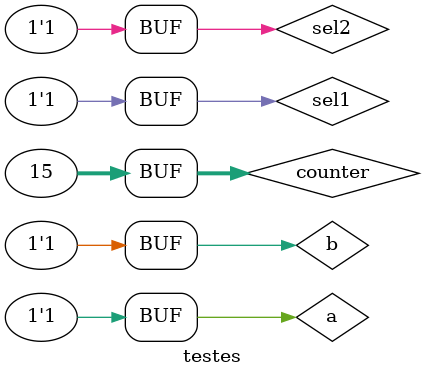
<source format=v>

module mux2x1 (output s4, input a3, input b3, input c1);
	wire and1, and2, not1;
	not NOT1(not1, c1);
	and AND1(and1, a3, not1);
	and AND2(and2, b3, c1);
	or OR1(s4, and1, and2);
endmodule

module andnandornor(output s1, input a1, input b1, input c2, input c3);
	wire mux1, mux2, and2, nand2, or2, nor2;
	and AND2(and2, a1, b1);
	nand NAND2(nand2, a1, b1);
	or OR2(or2, a1, b1);
	nor NOR2(nor2, a1, b1);
	mux2x1 MX1(mux1, and2, nand2, c2);
	mux2x1 MX2(mux2, or2, nor2, c2);
	mux2x1 MX3(s1, mux1, mux2, c3);
endmodule

module testes;

	integer counter;
	reg a,b;
	reg sel1, sel2;
	wire s;
	andnandornor ANON(s, a, b, sel1, sel2);

	initial begin:main;
		a=0; b=0;
		sel1=0; sel2=0;
		counter=0;
		$display("Guia_07 - Questao 3");
		$display(" m | sel1 sel2 | a b | s");
		$monitor("%2d |  %b     %b  | %b %b | %b", counter, sel1, sel2, a, b, s);
		//sels 0 0
#1 a=0; b=1; counter++;
#1 a=1; b=0; counter++;
#1 a=1; b=1; counter++;
		//sels 0 1;
#1 sel1=0; sel2=1; a=0; b=0; counter++;
#1 a=0; b=1; counter++;
#1 a=1; b=0; counter++;
#1 a=1; b=1; counter++;

		//sels 1 0;
#1 sel1=1; sel2=0; a=0; b=0; counter++;
#1 a=0; b=1; counter++;
#1 a=1; b=0; counter++;
#1 a=1; b=1; counter++;

		//sels 1 1;
#1 sel1=1; sel2=1; a=0; b=0; counter++;
#1 a=0; b=1; counter++;
#1 a=1; b=0; counter++;
#1 a=1; b=1; counter++;

	end
endmodule

</source>
